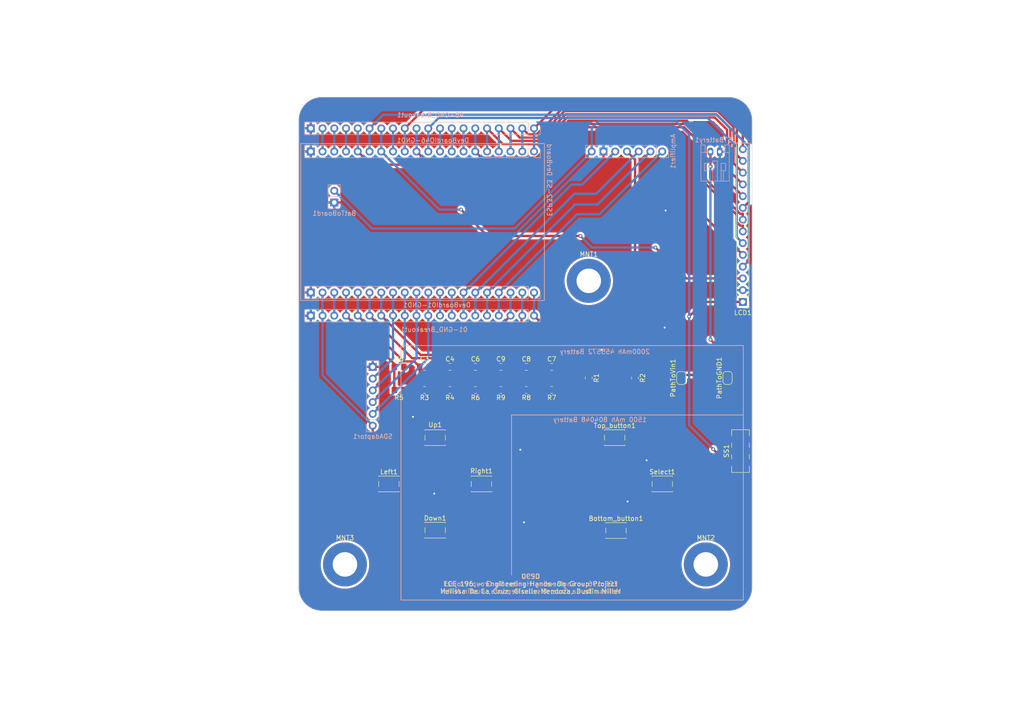
<source format=kicad_pcb>
(kicad_pcb (version 20240108) (generator "pcbnew") (generator_version "8.0")
  (title_block (title "Brain Buddies Assistive Device") (date "2024-11-04") (rev "1.0") (company "Brain Buddies") (comment 2 "Dustin Miller") (comment 3 "Giselle Mendoza") (comment 4 "Melissa De La Cruz"))
  (layers (0 "F.Cu" signal) (31 "B.Cu" signal) (34 "B.Paste" user) (35 "F.Paste" user) (36 "B.SilkS" user "B.Silkscreen") (37 "F.SilkS" user "F.Silkscreen") (38 "B.Mask" user) (39 "F.Mask" user) (44 "Edge.Cuts" user))
  (net 0 "")
  (net 1 "/A3")
  (net 2 "GND")
  (net 3 "/A2")
  (net 4 "/A5")
  (net 5 "Net-(Amplifier1-Pin_4)")
  (net 6 "/A1")
  (net 7 "/Vin(3.3)")
  (net 8 "/SD4")
  (net 9 "/Select")
  (net 10 "/Down")
  (net 11 "/Up")
  (net 12 "/Bottom")
  (net 13 "/SD3")
  (net 14 "/SD2")
  (net 15 "/SD1")
  (net 16 "/Vin(5)")
  (net 17 "/+")
  (net 18 "/Top")
  (net 19 "/Left")
  (net 20 "/Right")
  (net 21 "Net-(01-GND_Breakout1-Pin_9)")
  (net 22 "Net-(JSTBattery1-Pin_2)")
  (net 23 "Net-(01-GND_Breakout1-Pin_8)")
  (net 24 "Net-(01-GND_Breakout1-Pin_18)")
  (net 25 "/IO37")
  (net 26 "/IO35")
  (net 27 "/IO41")
  (net 28 "/IO38")
  (net 29 "/IO33")
  (net 30 "/IO45")
  (net 31 "/IO36")
  (net 32 "/IO42")
  (net 33 "/IO47")
  (net 34 "/IO34")
  (net 35 "/IO40")
  (net 36 "/IO46")
  (net 37 "/IO48")
  (net 38 "/IO21")
  (net 39 "/IO39")
  (net 40 "/IO26")
  (net 41 "/D-Pad_Up")
  (net 42 "/D-Pad_Left")
  (net 43 "/D-Pad_Right")
  (net 44 "/D-Pad_Down")
  (net 45 "/Bottom_Button")
  (net 46 "/Top_Button")
  (net 47 "/Select_Button")
  (net 48 "/IO43")
  (net 49 "/IO44")
  (footprint "Button_Switch_SMD:SW_SPST_PTS810" (layer "F.Cu") (at 139.5 123.6)
    (property "Reference" "Up1")
    (property "Value" "SW_Push")
  )
  (footprint "Capacitor_SMD:C_0805_2012Metric_Pad1.18x1.45mm_HandSolder" (layer "F.Cu") (at 164.7 108.3)
    (property "Reference" "C7")
    (property "Value" "C")
  )
  (footprint "Button_Switch_SMD:SW_SPST_PTS810" (layer "F.Cu") (at 178.3 123.6)
    (property "Reference" "Top_button1")
    (property "Value" "SW_Push")
  )
  (footprint "Button_Switch_SMD:SW_SPST_PTS810" (layer "F.Cu") (at 139.5 143.6)
    (property "Reference" "Down1")
    (property "Value" "SW_Push")
  )
  (footprint "MountingHole:MountingHole_5.3mm_M5_ISO7380_Pad_TopBottom" (layer "F.Cu") (at 198 151)
    (property "Reference" "MNT2")
    (property "Value" "MountingHole_5.3mm_M5_ISO7380_Pad_TopBottom")
  )
  (footprint "Capacitor_SMD:C_0805_2012Metric_Pad1.18x1.45mm_HandSolder" (layer "F.Cu") (at 131.7 108.3)
    (property "Reference" "C5")
    (property "Value" "C")
  )
  (footprint "Button_Switch_SMD:SW_SPST_PTS810" (layer "F.Cu") (at 149.5 133.6)
    (property "Reference" "Right1")
    (property "Value" "SW_Push")
  )
  (footprint "Button_Switch_SMD:SW_SPST_PTS810" (layer "F.Cu") (at 178.575 143.675)
    (property "Reference" "Bottom_button1")
    (property "Value" "SW_Push")
  )
  (footprint "Resistor_SMD:R_0805_2012Metric_Pad1.20x1.40mm_HandSolder" (layer "F.Cu") (at 172.7 110.7 -90)
    (property "Reference" "R1")
    (property "Value" "100k")
  )
  (footprint "MountingHole:MountingHole_5.3mm_M5_ISO7380_Pad_TopBottom" (layer "F.Cu") (at 120 151)
    (property "Reference" "MNT3")
    (property "Value" "MountingHole_5.3mm_M5_ISO7380_Pad_TopBottom")
  )
  (footprint "Resistor_SMD:R_0805_2012Metric_Pad1.20x1.40mm_HandSolder" (layer "F.Cu") (at 182.7 110.7 -90)
    (property "Reference" "R2")
    (property "Value" "100k")
  )
  (footprint "Capacitor_SMD:C_0805_2012Metric_Pad1.18x1.45mm_HandSolder" (layer "F.Cu") (at 137.2 108.3)
    (property "Reference" "C3")
    (property "Value" "C")
  )
  (footprint "Resistor_SMD:R_0805_2012Metric_Pad1.20x1.40mm_HandSolder" (layer "F.Cu") (at 153.7 113.3 180)
    (property "Reference" "R9")
    (property "Value" "R")
  )
  (footprint "Resistor_SMD:R_0805_2012Metric_Pad1.20x1.40mm_HandSolder" (layer "F.Cu") (at 131.7 113.3 180)
    (property "Reference" "R5")
    (property "Value" "R")
  )
  (footprint "Jumper:SolderJumper-2_P1.3mm_Open_RoundedPad1.0x1.5mm" (layer "F.Cu") (at 192.7 110.7 90)
    (property "Reference" "PathToVin1")
    (property "Value" "SolderJumper_2_Open")
  )
  (footprint "Capacitor_SMD:C_0805_2012Metric_Pad1.18x1.45mm_HandSolder" (layer "F.Cu") (at 159.2 108.3)
    (property "Reference" "C8")
    (property "Value" "C")
  )
  (footprint "Resistor_SMD:R_0805_2012Metric_Pad1.20x1.40mm_HandSolder" (layer "F.Cu") (at 137.2 113.3 180)
    (property "Reference" "R3")
    (property "Value" "R")
  )
  (footprint "Button_Switch_SMD:SW_SPST_PTS810" (layer "F.Cu") (at 129.5 133.6)
    (property "Reference" "Left1")
    (property "Value" "SW_Push")
  )
  (footprint "Capacitor_SMD:C_0805_2012Metric_Pad1.18x1.45mm_HandSolder" (layer "F.Cu") (at 153.7 108.3)
    (property "Reference" "C9")
    (property "Value" "C")
  )
  (footprint "Capacitor_SMD:C_0805_2012Metric_Pad1.18x1.45mm_HandSolder" (layer "F.Cu") (at 142.7 108.3)
    (property "Reference" "C4")
    (property "Value" "C")
  )
  (footprint "Connector_PinHeader_2.54mm:PinHeader_1x14_P2.54mm_Vertical" (layer "F.Cu") (at 206 94.26 180)
    (property "Reference" "LCD1")
    (property "Value" "Conn_01x14_Pin")
  )
  (footprint "Resistor_SMD:R_0805_2012Metric_Pad1.20x1.40mm_HandSolder" (layer "F.Cu") (at 142.7 113.3 180)
    (property "Reference" "R4")
    (property "Value" "R")
  )
  (footprint "Jumper:SolderJumper-2_P1.3mm_Open_RoundedPad1.0x1.5mm" (layer "F.Cu") (at 202.7 110.7 90)
    (property "Reference" "PathToGND1")
    (property "Value" "SolderJumper_2_Open")
  )
  (footprint "Resistor_SMD:R_0805_2012Metric_Pad1.20x1.40mm_HandSolder" (layer "F.Cu") (at 159.2 113.3 180)
    (property "Reference" "R8")
    (property "Value" "R")
  )
  (footprint "Button_Switch_SMD:SW_SPST_PTS810" (layer "F.Cu") (at 188.6 133.6)
    (property "Reference" "Select1")
    (property "Value" "SW_Push")
  )
  (footprint "Resistor_SMD:R_0805_2012Metric_Pad1.20x1.40mm_HandSolder" (layer "F.Cu") (at 164.7 113.3 180)
    (property "Reference" "R7")
    (property "Value" "R")
  )
  (footprint "Capacitor_SMD:C_0805_2012Metric_Pad1.18x1.45mm_HandSolder" (layer "F.Cu") (at 148.2 108.3)
    (property "Reference" "C6")
    (property "Value" "C")
  )
  (footprint "Resistor_SMD:R_0805_2012Metric_Pad1.20x1.40mm_HandSolder" (layer "F.Cu") (at 148.2 113.3 180)
    (property "Reference" "R6")
    (property "Value" "R")
  )
  (footprint "Button_Switch_SMD:SW_DPDT_CK_JS202011JCQN" (layer "F.Cu") (at 205.5 126.5 90)
    (property "Reference" "SS1")
    (property "Value" "SW_Slide_DPDT")
  )
  (footprint "MountingHole:MountingHole_5.3mm_M5_ISO7380_Pad_TopBottom" (layer "F.Cu") (at 172.7 89.7)
    (property "Reference" "MNT1")
    (property "Value" "MountingHole_5.3mm_M5_ISO7380_Pad_TopBottom")
  )
  (footprint "Connector_PinHeader_2.54mm:PinHeader_1x20_P2.54mm_Vertical" (layer "B.Cu") (at 160.8708 97.2255 90)
    (property "Reference" "01-GND_Breakout1")
    (property "Value" "Conn_01x20_Pin")
  )
  (footprint "Connector_PinHeader_2.54mm:PinHeader_1x07_P2.54mm_Vertical" (layer "B.Cu") (at 188.58 61.7455 90)
    (property "Reference" "Amplifier1")
    (property "Value" "Conn_01x07_Pin")
  )
  (footprint "Connector_JST:JST_PH_S2B-PH-K_1x02_P2.00mm_Horizontal" (layer "B.Cu") (at 201 61.8 180)
    (property "Reference" "JSTBattery1")
    (property "Value" "Conn_01x02_Pin")
  )
  (footprint "Connector_PinHeader_2.54mm:PinHeader_1x06_P2.54mm_Vertical" (layer "B.Cu") (at 126 121)
    (property "Reference" "SDAdaptor1")
    (property "Value" "Conn_01x06_Pin")
  )
  (footprint "Connector_PinHeader_2.54mm:PinHeader_1x20_P2.54mm_Vertical" (layer "B.Cu") (at 160.8708 92.2255 90)
    (property "Reference" "DevBoardI01-GND1")
    (property "Value" "Conn_01x20_Pin")
  )
  (footprint "Connector_PinHeader_2.54mm:PinHeader_1x20_P2.54mm_Vertical" (layer "B.Cu") (at 160.8708 56.7455 90)
    (property "Reference" "46-GND_Breakout1")
    (property "Value" "Conn_01x20_Pin")
  )
  (footprint "Connector_PinHeader_2.54mm:PinHeader_1x02_P2.54mm_Vertical" (layer "B.Cu") (at 117.696598 72.774478)
    (property "Reference" "BatToBoard1")
    (property "Value" "Conn_01x02_Pin")
  )
  (footprint "Connector_PinHeader_2.54mm:PinHeader_1x20_P2.54mm_Vertical" (layer "B.Cu") (at 160.8708 61.7455 90)
    (property "Reference" "DevBoardIO46-GND1")
    (property "Value" "Conn_01x20_Pin")
  )
  (gr_line (start 206 118.7) (end 156 118.7) (stroke (width 0.15)) (layer "B.SilkS"))
  (gr_line (start 156 118.7) (end 156 153.3) (stroke (width 0.15)) (layer "B.SilkS"))
  (gr_rect (start 110.4458 60.0455) (end 163.1 93.9545) (stroke (width 0.15)) (fill none) (layer "B.SilkS"))
  (gr_rect (start 132.1 103.7) (end 206.1 158.7) (stroke (width 0.15)) (fill none) (layer "B.SilkS"))
  (gr_line (start 208 55) (end 208 156) (stroke (width 0.1)) (layer "Edge.Cuts"))
  (gr_line (start 203 161) (end 115 161) (stroke (width 0.1)) (layer "Edge.Cuts"))
  (gr_line (start 115 50) (end 203 50) (stroke (width 0.1)) (layer "Edge.Cuts"))
  (gr_arc (start 208 156) (mid 206.535534 159.535534) (end 203 161) (stroke (width 0.1)) (layer "Edge.Cuts"))
  (gr_arc (start 110 55) (mid 111.464466 51.464466) (end 115 50) (stroke (width 0.1)) (layer "Edge.Cuts"))
  (gr_arc (start 115 161) (mid 111.464466 159.535534) (end 110 156) (stroke (width 0.1)) (layer "Edge.Cuts"))
  (gr_line (start 110 156) (end 110 55) (stroke (width 0.1)) (layer "Edge.Cuts"))
  (gr_arc (start 203 50) (mid 206.535534 51.464466) (end 208 55) (stroke (width 0.1)) (layer "Edge.Cuts"))
  (gr_text "ESP32-S3 DevBoard" (at 163.6 75.8 -90) (layer "B.SilkS") (effects (font (size 1 1)) (justify left bottom mirror)))
  (gr_text "2000mAh 455572 Battery\n" (at 186 105.6 0) (layer "B.SilkS") (effects (font (size 1 1)) (justify left bottom mirror)))
  (gr_text "1500 mAh 804048 Battery" (at 185.3 120.3 0) (layer "B.SilkS") (effects (font (size 1 1)) (justify left bottom mirror)))
  (gr_text "UCSD\nECE 196 - Engineering Hands-On Group Project\nMelissa De La Cruz, Giselle Mendoza, Dustin Miller" (at 160.2 157.4 0) (layer "B.SilkS") (effects (font (size 1 1)) (justify bottom mirror)))
  (gr_text "UCSD\nECE 196 - Engineering Hands-On Group Project\nMelissa De La Cruz, Giselle Mendoza, Dustin Miller" (at 160.1 157.4 0) (layer "F.SilkS") (effects (font (size 1 1)) (justify bottom)))
  (segment (start 183.4545 61.7455) (end 174.3 70.9) (width 0.5) (layer "B.Cu") (net 1))
  (segment (start 183.5 61.7455) (end 183.4545 61.7455) (width 0.5) (layer "B.Cu") (net 1))
  (segment (start 148.1708 97.2255) (end 148.1708 92.2255) (width 0.5) (layer "B.Cu") (net 1))
  (segment (start 174.3 70.9) (end 169.6 70.9) (width 0.5) (layer "B.Cu") (net 1))
  (segment (start 169.6 70.9) (end 148.2745 92.2255) (width 0.5) (layer "B.Cu") (net 1))
  (segment (start 148.2745 92.2255) (end 148.1708 92.2255) (width 0.5) (layer "B.Cu") (net 1))
  (via (at 185.2 128.5) (size 0.8) (drill 0.4) (layers "F.Cu" "B.Cu") (net 2))
  (via (at 139.3 135.7) (size 0.8) (drill 0.4) (layers "F.Cu" "B.Cu") (net 2))
  (via (at 157.9 126.2) (size 0.8) (drill 0.4) (layers "F.Cu" "B.Cu") (net 2))
  (via (at 175.5 104.6) (size 0.8) (drill 0.4) (layers "F.Cu" "B.Cu") (net 2))
  (via (at 158.7 141.9) (size 0.8) (drill 0.4) (layers "F.Cu" "B.Cu") (net 2))
  (via (at 189.3 74.5) (size 0.8) (drill 0.4) (layers "F.Cu" "B.Cu") (net 2))
  (via (at 189.1 99.8) (size 0.8) (drill 0.4) (layers "F.Cu" "B.Cu") (net 2))
  (via (at 181.1 137.4) (size 0.8) (drill 0.4) (layers "F.Cu" "B.Cu") (net 2))
  (via (at 134.7 119.1) (size 0.8) (drill 0.4) (layers "F.Cu" "B.Cu") (net 2))
  (segment (start 186.04 61.7455) (end 174.5855 73.2) (width 0.5) (layer "B.Cu") (net 3))
  (segment (start 169.7363 73.2) (end 150.7108 92.2255) (width 0.5) (layer "B.Cu") (net 3))
  (segment (start 150.7108 97.2255) (end 150.7108 92.2255) (width 0.5) (layer "B.Cu") (net 3))
  (segment (start 174.5855 73.2) (end 169.7363 73.2) (width 0.5) (layer "B.Cu") (net 3))
  (segment (start 171.2655 68.9) (end 168.9563 68.9) (width 0.5) (layer "B.Cu") (net 4))
  (segment (start 145.6308 97.2255) (end 145.6308 92.2255) (width 0.5) (layer "B.Cu") (net 4))
  (segment (start 168.9563 68.9) (end 145.6308 92.2255) (width 0.5) (layer "B.Cu") (net 4))
  (segment (start 178.42 61.7455) (end 171.2655 68.9) (width 0.5) (layer "B.Cu") (net 4))
  (segment (start 172.7 109.7) (end 182.7 109.7) (width 0.5) (layer "F.Cu") (net 5))
  (segment (start 182.7 63.4855) (end 180.96 61.7455) (width 0.5) (layer "F.Cu") (net 5))
  (segment (start 192.35 109.7) (end 192.7 110.05) (width 0.5) (layer "F.Cu") (net 5))
  (segment (start 182.7 109.7) (end 182.7 63.4855) (width 0.5) (layer "F.Cu") (net 5))
  (segment (start 182.7 109.7) (end 192.35 109.7) (width 0.5) (layer "F.Cu") (net 5))
  (segment (start 192.7 110.05) (end 202.7 110.05) (width 0.5) (layer "F.Cu") (net 5))
  (segment (start 170.1763 75.3) (end 153.2508 92.2255) (width 0.5) (layer "B.Cu") (net 6))
  (segment (start 188.58 61.7455) (end 175.0255 75.3) (width 0.5) (layer "B.Cu") (net 6))
  (segment (start 175.0255 75.3) (end 170.1763 75.3) (width 0.5) (layer "B.Cu") (net 6))
  (segment (start 153.2508 97.2255) (end 153.2508 92.2255) (width 0.5) (layer "B.Cu") (net 6))
  (segment (start 191.675 124.675) (end 195 128) (width 0.5) (layer "F.Cu") (net 7))
  (segment (start 176.425 124.675) (end 180.575 124.675) (width 0.5) (layer "F.Cu") (net 7))
  (segment (start 137.425 144.675) (end 137.425 144.425) (width 0.5) (layer "F.Cu") (net 7))
  (segment (start 182.8 111.7) (end 183.15 111.35) (width 0.5) (layer "F.Cu") (net 7))
  (segment (start 147.425 134.675) (end 151.575 134.675) (width 0.5) (layer "F.Cu") (net 7))
  (segment (start 141.575 144.425) (end 147.425 138.575) (width 0.5) (layer "F.Cu") (net 7))
  (segment (start 137.425 124.675) (end 137.425 128.825) (width 0.5) (layer "F.Cu") (net 7))
  (segment (start 131.575 134.675) (end 127.425 134.675) (width 0.5) (layer "F.Cu") (net 7))
  (segment (start 195 128) (end 195 131) (width 0.5) (layer "F.Cu") (net 7))
  (segment (start 166.425 134.675) (end 176.425 144.675) (width 0.5) (layer "F.Cu") (net 7))
  (segment (start 192.7 111.35) (end 183.05 111.35) (width 0.5) (layer "F.Cu") (net 7))
  (segment (start 186.425 134.675) (end 190.575 134.675) (width 0.5) (layer "F.Cu") (net 7))
  (segment (start 182.7 111.7) (end 182.8 111.7) (width 0.5) (layer "F.Cu") (net 7))
  (segment (start 131.575 138.575) (end 131.575 134.675) (width 0.5) (layer "F.Cu") (net 7))
  (segment (start 180.575 124.675) (end 191.675 124.675) (width 0.5) (layer "F.Cu") (net 7))
  (segment (start 151.575 134.675) (end 166.425 134.675) (width 0.5) (layer "F.Cu") (net 7))
  (segment (start 183.05 111.35) (end 182.7 111.7) (width 0.5) (layer "F.Cu") (net 7))
  (segment (start 182.7 122.55) (end 182.7 111.7) (width 0.5) (layer "F.Cu") (net 7))
  (segment (start 147.425 138.575) (end 147.425 134.675) (width 0.5) (layer "F.Cu") (net 7))
  (segment (start 191.325 134.675) (end 195 131) (width 0.5) (layer "F.Cu") (net 7))
  (segment (start 180.575 124.675) (end 182.7 122.55) (width 0.5) (layer "F.Cu") (net 7))
  (segment (start 126 134) (end 126 121) (width 0.5) (layer "F.Cu") (net 7))
  (segment (start 137.425 144.425) (end 131.575 138.575) (width 0.5) (layer "F.Cu") (net 7))
  (segment (start 127.425 134.675) (end 126.675 134.675) (width 0.5) (layer "F.Cu") (net 7))
  (segment (start 137.425 128.825) (end 131.575 134.675) (width 0.5) (layer "F.Cu") (net 7))
  (segment (start 190.575 134.675) (end 191.325 134.675) (width 0.5) (layer "F.Cu") (net 7))
  (segment (start 176.425 144.675) (end 180.575 144.675) (width 0.5) (layer "F.Cu") (net 7))
  (segment (start 131.575 134.675) (end 131.775 134.675) (width 0.5) (layer "F.Cu") (net 7))
  (segment (start 180.575 144.675) (end 186.425 138.825) (width 0.5) (layer "F.Cu") (net 7))
  (segment (start 186.425 138.825) (end 186.425 134.675) (width 0.5) (layer "F.Cu") (net 7))
  (segment (start 141.575 144.675) (end 141.575 144.425) (width 0.5) (layer "F.Cu") (net 7))
  (segment (start 141.575 144.675) (end 137.425 144.675) (width 0.5) (layer "F.Cu") (net 7))
  (segment (start 126.675 134.675) (end 126 134) (width 0.5) (layer "F.Cu") (net 7))
  (segment (start 141.575 124.675) (end 137.425 124.675) (width 0.5) (layer "F.Cu") (net 7))
  (segment (start 115.1508 92.2255) (end 115.1508 97.2255) (width 0.5) (layer "B.Cu") (net 7))
  (segment (start 126 121) (end 115.1508 110.1508) (width 0.5) (layer "B.Cu") (net 7))
  (segment (start 115.1508 110.1508) (end 115.1508 97.2255) (width 0.5) (layer "B.Cu") (net 7))
  (segment (start 126 110.84) (end 130.3908 106.4492) (width 0.5) (layer "B.Cu") (net 8))
  (segment (start 130.3908 97.2255) (end 130.3908 92.2255) (width 0.5) (layer "B.Cu") (net 8))
  (segment (start 130.3908 106.4492) (end 130.3908 97.2255) (width 0.5) (layer "B.Cu") (net 8))
  (segment (start 158.1625 108.3) (end 158.1625 113.2625) (width 0.5) (layer "F.Cu") (net 9))
  (segment (start 158.1625 113.2625) (end 158.2 113.3) (width 0.5) (layer "F.Cu") (net 9))
  (segment (start 158.1625 108.3) (end 158.1625 97.3938) (width 0.5) (layer "F.Cu") (net 9))
  (segment (start 158.1625 97.3938) (end 158.3308 97.2255) (width 0.5) (layer "F.Cu") (net 9))
  (segment (start 158.3308 92.2255) (end 158.3308 97.2255) (width 0.5) (layer "B.Cu") (net 9))
  (segment (start 137.425 142.525) (end 141.575 142.525) (width 0.5) (layer "F.Cu") (net 10))
  (segment (start 145 114.6) (end 143.7 113.3) (width 0.5) (layer "F.Cu") (net 10))
  (segment (start 141.575 142.525) (end 145 139.1) (width 0.5) (layer "F.Cu") (net 10))
  (segment (start 145 139.1) (end 145 114.6) (width 0.5) (layer "F.Cu") (net 10))
  (segment (start 137.425 122.525) (end 141.575 122.525) (width 0.5) (layer "F.Cu") (net 11))
  (segment (start 141.575 122.525) (end 141.575 116.675) (width 0.5) (layer "F.Cu") (net 11))
  (segment (start 141.575 116.675) (end 138.2 113.3) (width 0.5) (layer "F.Cu") (net 11))
  (segment (start 152.7 108.675) (end 152.7 113.3) (width 0.5) (layer "F.Cu") (net 12))
  (segment (start 152.6625 108.3) (end 152.6625 108.6375) (width 0.5) (layer "F.Cu") (net 12))
  (segment (start 154.5508 106.4117) (end 154.5508 98.4655) (width 0.5) (layer "F.Cu") (net 12))
  (segment (start 152.6625 108.6375) (end 152.7 108.675) (width 0.5) (layer "F.Cu") (net 12))
  (segment (start 152.6625 108.3) (end 154.5508 106.4117) (width 0.5) (layer "F.Cu") (net 12))
  (segment (start 154.5508 98.4655) (end 155.7908 97.2255) (width 0.5) (layer "F.Cu") (net 12))
  (segment (start 155.7908 92.2255) (end 155.7908 97.2255) (width 0.5) (layer "B.Cu") (net 12))
  (segment (start 132.9308 106.4492) (end 132.9308 97.2255) (width 0.5) (layer "B.Cu") (net 13))
  (segment (start 132.9308 97.2255) (end 132.9308 92.2255) (width 0.5) (layer "B.Cu") (net 13))
  (segment (start 126 113.38) (end 132.9308 106.4492) (width 0.5) (layer "B.Cu") (net 13))
  (segment (start 135.4708 97.2255) (end 135.4708 92.2255) (width 0.5) (layer "B.Cu") (net 14))
  (segment (start 126 115.92) (end 135.4708 106.4492) (width 0.5) (layer "B.Cu") (net 14))
  (segment (start 135.4708 106.4492) (end 135.4708 97.2255) (width 0.5) (layer "B.Cu") (net 14))
  (segment (start 138.0108 97.2255) (end 138.0108 92.2255) (width 0.5) (layer "B.Cu") (net 15))
  (segment (start 126 118.46) (end 138.0108 106.4492) (width 0.5) (layer "B.Cu") (net 15))
  (segment (start 138.0108 106.4492) (end 138.0108 97.2255) (width 0.5) (layer "B.Cu") (net 15))
  (segment (start 115.1508 56.7455) (end 115.1508 61.7455) (width 0.5) (layer "B.Cu") (net 16))
  (segment (start 202.5 129) (end 199.6 126.1) (width 0.5) (layer "F.Cu") (net 17))
  (segment (start 204.3 129) (end 202.5 129) (width 0.5) (layer "F.Cu") (net 17))
  (segment (start 206.7 129) (end 204.3 129) (width 0.5) (layer "F.Cu") (net 17))
  (segment (start 197.54 94.26) (end 194.4 97.4) (width 0.5) (layer "F.Cu") (net 17))
  (segment (start 206 94.26) (end 197.54 94.26) (width 0.5) (layer "F.Cu") (net 17))
  (via (at 199.6 126.1) (size 0.8) (drill 0.4) (layers "F.Cu" "B.Cu") (net 17))
  (via (at 194.4 97.4) (size 0.8) (drill 0.4) (layers "F.Cu" "B.Cu") (net 17))
  (segment (start 191.7 55.4) (end 191.7 55.2) (width 0.5) (layer "B.Cu") (net 17))
  (segment (start 194.4 120.9) (end 194.4 97.4) (width 0.5) (layer "B.Cu") (net 17))
  (segment (start 191.7 55.2) (end 174.8 55.2) (width 0.5) (layer "B.Cu") (net 17))
  (segment (start 173.34 56.66) (end 173.34 61.7455) (width 0.5) (layer "B.Cu") (net 17))
  (segment (start 156.6855 78.4) (end 125.86212 78.4) (width 0.5) (layer "B.Cu") (net 17))
  (segment (start 125.86212 78.4) (end 117.696598 70.234478) (width 0.5) (layer "B.Cu") (net 17))
  (segment (start 174.8 55.2) (end 173.34 56.66) (width 0.5) (layer "B.Cu") (net 17))
  (segment (start 194.4 97.4) (end 194.4 58.1) (width 0.5) (layer "B.Cu") (net 17))
  (segment (start 199.6 126.1) (end 194.4 120.9) (width 0.5) (layer "B.Cu") (net 17))
  (segment (start 194.4 58.1) (end 191.7 55.4) (width 0.5) (layer "B.Cu") (net 17))
  (segment (start 173.34 61.7455) (end 156.6855 78.4) (width 0.5) (layer "B.Cu") (net 17))
  (segment (start 163.6625 108.3) (end 163.6625 100.0172) (width 0.5) (layer "F.Cu") (net 18))
  (segment (start 163.6625 108.6625) (end 163.7 108.7) (width 0.5) (layer "F.Cu") (net 18))
  (segment (start 163.6625 108.3) (end 163.6625 108.6625) (width 0.5) (layer "F.Cu") (net 18))
  (segment (start 163.6625 100.0172) (end 160.8708 97.2255) (width 0.5) (layer "F.Cu") (net 18))
  (segment (start 163.7 108.7) (end 163.7 113.3) (width 0.5) (layer "F.Cu") (net 18))
  (segment (start 160.8708 92.2255) (end 160.8708 97.2255) (width 0.5) (layer "B.Cu") (net 18))
  (segment (start 131.575 114.425) (end 132.7 113.3) (width 0.5) (layer "F.Cu") (net 19))
  (segment (start 127.425 132.525) (end 131.575 132.525) (width 0.5) (layer "F.Cu") (net 19))
  (segment (start 131.575 132.525) (end 131.575 114.425) (width 0.5) (layer "F.Cu") (net 19))
  (segment (start 150 129.95) (end 150 114.1) (width 0.5) (layer "F.Cu") (net 20))
  (segment (start 147.425 132.525) (end 151.575 132.525) (width 0.5) (layer "F.Cu") (net 20))
  (segment (start 150 114.1) (end 149.2 113.3) (width 0.5) (layer "F.Cu") (net 20))
  (segment (start 147.425 132.525) (end 150 129.95) (width 0.5) (layer "F.Cu") (net 20))
  (segment (start 140.5508 97.2255) (end 140.5508 92.2255) (width 0.5) (layer "B.Cu") (net 21))
  (segment (start 203 115.7) (end 205.3 113.4) (width 0.5) (layer "F.Cu") (net 22))
  (segment (start 199 61.8) (end 199 65) (width 0.5) (layer "F.Cu") (net 22))
  (segment (start 206.7 126.5) (end 204.3 126.5) (width 0.5) (layer "F.Cu") (net 22))
  (segment (start 205.3 113.4) (end 205.3 108.7) (width 0.5) (layer "F.Cu") (net 22))
  (segment (start 203 125.2) (end 203 115.7) (width 0.5) (layer "F.Cu") (net 22))
  (segment (start 205.3 108.7) (end 199 102.4) (width 0.5) (layer "F.Cu") (net 22))
  (segment (start 199 61.8) (end 198.9 61.8) (width 0.5) (layer "F.Cu") (net 22))
  (segment (start 204.3 126.5) (end 203 125.2) (width 0.5) (layer "F.Cu") (net 22))
  (via (at 199 65) (size 0.8) (drill 0.4) (layers "F.Cu" "B.Cu") (net 22))
  (via (at 199 102.4) (size 0.8) (drill 0.4) (layers "F.Cu" "B.Cu") (net 22))
  (segment (start 199 65) (end 199 102.4) (width 0.5) (layer "B.Cu") (net 22))
  (segment (start 143.0908 92.2255) (end 143.0908 97.2255) (width 0.5) (layer "B.Cu") (net 23))
  (segment (start 117.6908 92.2255) (end 117.6908 97.2255) (width 0.5) (layer "B.Cu") (net 24))
  (segment (start 204.7 60.8) (end 198.4 54.5) (width 0.5) (layer "B.Cu") (net 25))
  (segment (start 198.4 54.5) (end 140.2563 54.5) (width 0.5) (layer "B.Cu") (net 25))
  (segment (start 138.0108 56.7455) (end 138.0108 61.7455) (width 0.5) (layer "B.Cu") (net 25))
  (segment (start 206 81.56) (end 204.7 80.26) (width 0.5) (layer "B.Cu") (net 25))
  (segment (start 140.2563 54.5) (end 138.0108 56.7455) (width 0.5) (layer "B.Cu") (net 25))
  (segment (start 204.7 80.26) (end 204.7 60.8) (width 0.5) (layer "B.Cu") (net 25))
  (segment (start 201.08995 50.6) (end 139.0763 50.6) (width 0.5) (layer "F.Cu") (net 26))
  (segment (start 206 73.94) (end 207.3 72.64) (width 0.5) (layer "F.Cu") (net 26))
  (segment (start 207.3 72.64) (end 207.3 56.81005) (width 0.5) (layer "F.Cu") (net 26))
  (segment (start 139.0763 50.6) (end 132.9308 56.7455) (width 0.5) (layer "F.Cu") (net 26))
  (segment (start 207.3 56.81005) (end 201.08995 50.6) (width 0.5) (layer "F.Cu") (net 26))
  (segment (start 132.9308 56.7455) (end 132.9308 61.7455) (width 0.5) (layer "B.Cu") (net 26))
  (segment (start 197.95 67.728478) (end 197.95 59.15) (width 0.5) (layer "F.Cu") (net 27))
  (segment (start 161.354778 63.1) (end 149.5253 63.1) (width 0.5) (layer "F.Cu") (net 27))
  (segment (start 168.314578 55.1) (end 164.009278 59.4053) (width 0.5) (layer "F.Cu") (net 27))
  (segment (start 193.9 55.1) (end 168.314578 55.1) (width 0.5) (layer "F.Cu") (net 27))
  (segment (start 205.461522 75.24) (end 197.95 67.728478) (width 0.5) (layer "F.Cu") (net 27))
  (segment (start 164.009278 59.4053) (end 164.009278 60.4455) (width 0.5) (layer "F.Cu") (net 27))
  (segment (start 164.009278 60.4455) (end 161.354778 63.1) (width 0.5) (layer "F.Cu") (net 27))
  (segment (start 197.95 59.15) (end 193.9 55.1) (width 0.5) (layer "F.Cu") (net 27))
  (segment (start 206 76.48) (end 206 75.24) (width 0.5) (layer "F.Cu") (net 27))
  (segment (start 206 75.24) (end 205.461522 75.24) (width 0.5) (layer "F.Cu") (net 27))
  (segment (start 149.5253 63.1) (end 148.1708 61.7455) (width 0.5) (layer "F.Cu") (net 27))
  (segment (start 148.1708 56.7455) (end 148.1708 61.7455) (width 0.5) (layer "B.Cu") (net 27))
  (segment (start 140.5508 56.7455) (end 140.5508 61.7455) (width 0.5) (layer "B.Cu") (net 28))
  (segment (start 200.398478 53.8) (end 128.2563 53.8) (width 0.5) (layer "B.Cu") (net 29))
  (segment (start 128.2563 53.8) (end 125.3108 56.7455) (width 0.5) (layer "B.Cu") (net 29))
  (segment (start 125.3108 56.7455) (end 125.3108 61.7455) (width 0.5) (layer "B.Cu") (net 29))
  (segment (start 206 86.64) (end 207.3 85.34) (width 0.5) (layer "B.Cu") (net 29))
  (segment (start 207.3 85.34) (end 207.3 60.701522) (width 0.5) (layer "B.Cu") (net 29))
  (segment (start 207.3 60.701522) (end 200.398478 53.8) (width 0.5) (layer "B.Cu") (net 29))
  (segment (start 204.7 62.48) (end 204.7 56.18995) (width 0.5) (layer "F.Cu") (net 30))
  (segment (start 161.409278 58.0455) (end 159.6308 58.0455) (width 0.5) (layer "F.Cu") (net 30))
  (segment (start 204.7 56.18995) (end 200.81005 52.3) (width 0.5) (layer "F.Cu") (net 30))
  (segment (start 159.6308 58.0455) (end 158.3308 56.7455) (width 0.5) (layer "F.Cu") (net 30))
  (segment (start 206 63.78) (end 204.7 62.48) (width 0.5) (layer "F.Cu") (net 30))
  (segment (start 200.81005 52.3) (end 167.154778 52.3) (width 0.5) (layer "F.Cu") (net 30))
  (segment (start 167.154778 52.3) (end 161.409278 58.0455) (width 0.5) (layer "F.Cu") (net 30))
  (segment (start 158.3308 56.7455) (end 158.3308 61.7455) (width 0.5) (layer "B.Cu") (net 30))
  (segment (start 161.644728 63.8) (end 137.5253 63.8) (width 0.5) (layer "F.Cu") (net 31))
  (segment (start 206 77.78) (end 205.461522 77.78) (width 0.5) (layer "F.Cu") (net 31))
  (segment (start 193.61005 55.8) (end 169.644728 55.8) (width 0.5) (layer "F.Cu") (net 31))
  (segment (start 204.7 75.468428) (end 197.25 68.018428) (width 0.5) (layer "F.Cu") (net 31))
  (segment (start 205.461522 77.78) (end 204.7 77.018478) (width 0.5) (layer "F.Cu") (net 31))
  (segment (start 206 79.02) (end 206 77.78) (width 0.5) (layer "F.Cu") (net 31))
  (segment (start 137.5253 63.8) (end 135.4708 61.7455) (width 0.5) (layer "F.Cu") (net 31))
  (segment (start 204.7 77.018478) (end 204.7 75.468428) (width 0.5) (layer "F.Cu") (net 31))
  (segment (start 197.25 59.43995) (end 193.61005 55.8) (width 0.5) (layer "F.Cu") (net 31))
  (segment (start 169.644728 55.8) (end 161.644728 63.8) (width 0.5) (layer "F.Cu") (net 31))
  (segment (start 197.25 68.018428) (end 197.25 59.43995) (width 0.5) (layer "F.Cu") (net 31))
  (segment (start 135.4708 56.7455) (end 135.4708 61.7455) (width 0.5) (layer "B.Cu") (net 31))
  (segment (start 154.1108 60.1455) (end 150.7108 56.7455) (width 0.5) (layer "F.Cu") (net 32))
  (segment (start 168.024628 54.4) (end 162.279128 60.1455) (width 0.5) (layer "F.Cu") (net 32))
  (segment (start 202.6 57.0598) (end 199.9402 54.4) (width 0.5) (layer "F.Cu") (net 32))
  (segment (start 162.279128 60.1455) (end 154.1108 60.1455) (width 0.5) (layer "F.Cu") (net 32))
  (segment (start 206 71.4) (end 202.6 68) (width 0.5) (layer "F.Cu") (net 32))
  (segment (start 202.6 68) (end 202.6 57.0598) (width 0.5) (layer "F.Cu") (net 32))
  (segment (start 199.9402 54.4) (end 168.024628 54.4) (width 0.5) (layer "F.Cu") (net 32))
  (segment (start 150.7108 56.7455) (end 150.7108 61.7455) (width 0.5) (layer "B.Cu") (net 32))
  (segment (start 161.834678 64.6) (end 125.6253 64.6) (width 0.5) (layer "F.Cu") (net 33))
  (segment (start 206 84.1) (end 196.55 74.65) (width 0.5) (layer "F.Cu") (net 33))
  (segment (start 169.934678 56.5) (end 161.834678 64.6) (width 0.5) (layer "F.Cu") (net 33))
  (segment (start 125.6253 64.6) (end 122.7708 61.7455) (width 0.5) (layer "F.Cu") (net 33))
  (segment (start 193.3201 56.5) (end 169.934678 56.5) (width 0.5) (layer "F.Cu") (net 33))
  (segment (start 196.55 74.65) (end 196.55 59.7299) (width 0.5) (layer "F.Cu") (net 33))
  (segment (start 196.55 59.7299) (end 193.3201 56.5) (width 0.5) (layer "F.Cu") (net 33))
  (segment (start 122.7708 56.7455) (end 122.7708 61.7455) (width 0.5) (layer "B.Cu") (net 33))
  (segment (start 170.9 80) (end 150.8 80) (width 0.5) (layer "F.Cu") (net 34))
  (segment (start 150.8 80) (end 145.1 74.3) (width 0.5) (layer "F.Cu") (net 34))
  (segment (start 206 89.18) (end 193.78 89.18) (width 0.5) (layer "F.Cu") (net 34))
  (segment (start 193.78 89.18) (end 187.1 82.5) (width 0.5) (layer "F.Cu") (net 34))
  (via (at 170.9 80) (size 0.8) (drill 0.4) (layers "F.Cu" "B.Cu") (net 34))
  (via (at 145.1 74.3) (size 0.8) (drill 0.4) (layers "F.Cu" "B.Cu") (net 34))
  (via (at 187.1 82.5) (size 0.8) (drill 0.4) (layers "F.Cu" "B.Cu") (net 34))
  (segment (start 187.1 82.5) (end 173.4 82.5) (width 0.5) (layer "B.Cu") (net 34))
  (segment (start 173.4 82.5) (end 170.9 80) (width 0.5) (layer "B.Cu") (net 34))
  (segment (start 127.8508 56.7455) (end 127.8508 61.7455) (width 0.5) (layer "B.Cu") (net 34))
  (segment (start 145.1 74.3) (end 140.4053 74.3) (width 0.5) (layer "B.Cu") (net 34))
  (segment (start 140.4053 74.3) (end 127.8508 61.7455) (width 0.5) (layer "B.Cu") (net 34))
  (segment (start 145.6308 56.7455) (end 145.6308 61.7455) (width 0.5) (layer "B.Cu") (net 35))
  (segment (start 206 56.5) (end 201.1 51.6) (width 0.5) (layer "F.Cu") (net 36))
  (segment (start 201.1 51.6) (end 166.0163 51.6) (width 0.5) (layer "F.Cu") (net 36))
  (segment (start 206 61.24) (end 206 56.5) (width 0.5) (layer "F.Cu") (net 36))
  (segment (start 166.0163 51.6) (end 160.8708 56.7455) (width 0.5) (layer "F.Cu") (net 36))
  (segment (start 160.8708 56.7455) (end 160.8708 61.7455) (width 0.5) (layer "B.Cu") (net 36))
  (segment (start 130.3908 56.7455) (end 130.3908 61.7455) (width 0.5) (layer "B.Cu") (net 37))
  (segment (start 117.6908 56.7455) (end 117.6908 61.7455) (width 0.5) (layer "B.Cu") (net 38))
  (segment (start 143.0908 56.7455) (end 143.0908 61.7455) (width 0.5) (layer "B.Cu") (net 39))
  (segment (start 120.2308 56.7455) (end 120.2308 61.7455) (width 0.5) (layer "B.Cu") (net 40))
  (segment (start 136.1625 108.3) (end 134.9875 107.125) (width 0.5) (layer "F.Cu") (net 41))
  (segment (start 134.9875 107.125) (end 132.6703 107.125) (width 0.5) (layer "F.Cu") (net 41))
  (segment (start 132.6703 107.125) (end 122.7708 97.2255) (width 0.5) (layer "F.Cu") (net 41))
  (segment (start 136.1625 113.2625) (end 136.2 113.3) (width 0.5) (layer "F.Cu") (net 41))
  (segment (start 136.1625 108.3) (end 136.1625 113.2625) (width 0.5) (layer "F.Cu") (net 41))
  (segment (start 122.7708 92.2255) (end 122.7708 97.2255) (width 0.5) (layer "B.Cu") (net 41))
  (segment (start 130.6625 113.2625) (end 130.7 113.3) (width 0.5) (layer "F.Cu") (net 42))
  (segment (start 130.6625 108.3) (end 130.6 108.3) (width 0.5) (layer "F.Cu") (net 42))
  (segment (start 130.6625 108.3) (end 130.6625 113.2625) (width 0.5) (layer "F.Cu") (net 42))
  (segment (start 130.7 108.3375) (end 130.6625 108.3) (width 0.5) (layer "F.Cu") (net 42))
  (segment (start 130.6625 108.3) (end 130.6625 107.6572) (width 0.5) (layer "F.Cu") (net 42))
  (segment (start 130.6625 107.6572) (end 120.2308 97.2255) (width 0.5) (layer "F.Cu") (net 42))
  (segment (start 130.6 108.3) (end 130.5 108.2) (width 0.5) (layer "F.Cu") (net 42))
  (segment (start 120.2308 92.2255) (end 120.2308 97.2255) (width 0.5) (layer "B.Cu") (net 42))
  (segment (start 136.3503 105.725) (end 127.8508 97.2255) (width 0.5) (layer "F.Cu") (net 43))
  (segment (start 147.1625 108.3) (end 147.1625 108.5625) (width 0.5) (layer "F.Cu") (net 43))
  (segment (start 147.1625 108.3) (end 144.5875 105.725) (width 0.5) (layer "F.Cu") (net 43))
  (segment (start 147.1625 108.5625) (end 147.2 108.6) (width 0.5) (layer "F.Cu") (net 43))
  (segment (start 147.2 108.6) (end 147.2 113.3) (width 0.5) (layer "F.Cu") (net 43))
  (segment (start 144.5875 105.725) (end 136.3503 105.725) (width 0.5) (layer "F.Cu") (net 43))
  (segment (start 127.8508 92.2255) (end 127.8508 97.2255) (width 0.5) (layer "B.Cu") (net 43))
  (segment (start 141.6625 108.3) (end 139.7875 106.425) (width 0.5) (layer "F.Cu") (net 44))
  (segment (start 134.5103 106.425) (end 125.3108 97.2255) (width 0.5) (layer "F.Cu") (net 44))
  (segment (start 141.6625 108.3) (end 141.6625 108.7375) (width 0.5) (layer "F.Cu") (net 44))
  (segment (start 139.7875 106.425) (end 134.5103 106.425) (width 0.5) (layer "F.Cu") (net 44))
  (segment (start 141.6625 108.7375) (end 141.7 108.775) (width 0.5) (layer "F.Cu") (net 44))
  (segment (start 141.7 108.775) (end 141.7 113.3) (width 0.5) (layer "F.Cu") (net 44))
  (segment (start 125.3108 92.2255) (end 125.3108 97.2255) (width 0.5) (layer "B.Cu") (net 44))
  (segment (start 176.425 142.525) (end 180.575 142.525) (width 0.5) (layer "F.Cu") (net 45))
  (segment (start 176.425 135.025) (end 154.7 113.3) (width 0.5) (layer "F.Cu") (net 45))
  (segment (start 176.425 142.525) (end 176.425 135.025) (width 0.5) (layer "F.Cu") (net 45))
  (segment (start 174.925 122.525) (end 165.7 113.3) (width 0.5) (layer "F.Cu") (net 46))
  (segment (start 176.425 122.525) (end 174.925 122.525) (width 0.5) (layer "F.Cu") (net 46))
  (segment (start 176.425 122.525) (end 180.575 122.525) (width 0.5) (layer "F.Cu") (net 46))
  (segment (start 186.425 132.525) (end 179.425 132.525) (width 0.5) (layer "F.Cu") (net 47))
  (segment (start 179.425 132.525) (end 160.2 113.3) (width 0.5) (layer "F.Cu") (net 47))
  (segment (start 190.6 132.5) (end 190.575 132.525) (width 0.5) (layer "F.Cu") (net 47))
  (segment (start 186.425 132.525) (end 190.575 132.525) (width 0.5) (layer "F.Cu") (net 47))
  (segment (start 167.734678 53.7) (end 161.989178 59.4455) (width 0.5) (layer "F.Cu") (net 48))
  (segment (start 200.23015 53.7) (end 167.734678 53.7) (width 0.5) (layer "F.Cu") (net 48))
  (segment (start 203.3 66.16) (end 203.3 56.76985) (width 0.5) (layer "F.Cu") (net 48))
  (segment (start 203.3 56.76985) (end 200.23015 53.7) (width 0.5) (layer "F.Cu") (net 48))
  (segment (start 161.989178 59.4455) (end 155.9508 59.4455) (width 0.5) (layer "F.Cu") (net 48))
  (segment (start 155.9508 59.4455) (end 153.2508 56.7455) (width 0.5) (layer "F.Cu") (net 48))
  (segment (start 206 68.86) (end 203.3 66.16) (width 0.5) (layer "F.Cu") (net 48))
  (segment (start 153.2508 56.7455) (end 153.2508 61.7455) (width 0.5) (layer "B.Cu") (net 48))
  (segment (start 206 66.32) (end 204 64.32) (width 0.5) (layer "F.Cu") (net 49))
  (segment (start 157.7908 58.7455) (end 155.7908 56.7455) (width 0.5) (layer "F.Cu") (net 49))
  (segment (start 204 56.4799) (end 200.5201 53) (width 0.5) (layer "F.Cu") (net 49))
  (segment (start 161.699228 58.7455) (end 157.7908 58.7455) (width 0.5) (layer "F.Cu") (net 49))
  (segment (start 204 64.32) (end 204 56.4799) (width 0.5) (layer "F.Cu") (net 49))
  (segment (start 167.444728 53) (end 161.699228 58.7455) (width 0.5) (layer "F.Cu") (net 49))
  (segment (start 200.5201 53) (end 167.444728 53) (width 0.5) (layer "F.Cu") (net 49))
  (segment (start 155.7908 56.7455) (end 155.7908 61.7455) (width 0.5) (layer "B.Cu") (net 49))
  (zone (net 2) (net_name "GND") (layers "F&B.Cu") (connect_pads (clearance 0.5)) (min_thickness 0.25) (fill yes (thermal_gap 0.5) (thermal_bridge_width 0.5))
    (polygon (pts (xy 95.9 41.9) (xy 221.4 42) (xy 221.6 170.7) (xy 95.7 170.6)))
  )
)
</source>
